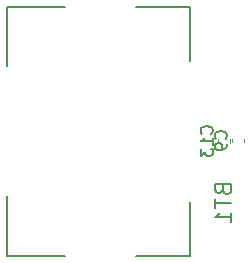
<source format=gbr>
%TF.GenerationSoftware,KiCad,Pcbnew,(6.0.1)*%
%TF.CreationDate,2022-03-21T18:15:36+01:00*%
%TF.ProjectId,KiCad_PCB,4b694361-645f-4504-9342-2e6b69636164,rev?*%
%TF.SameCoordinates,Original*%
%TF.FileFunction,Legend,Bot*%
%TF.FilePolarity,Positive*%
%FSLAX46Y46*%
G04 Gerber Fmt 4.6, Leading zero omitted, Abs format (unit mm)*
G04 Created by KiCad (PCBNEW (6.0.1)) date 2022-03-21 18:15:36*
%MOMM*%
%LPD*%
G01*
G04 APERTURE LIST*
%ADD10C,0.150000*%
%ADD11C,0.120000*%
%ADD12C,0.127000*%
G04 APERTURE END LIST*
D10*
%TO.C,C9*%
X158327142Y-100008333D02*
X158374761Y-99960714D01*
X158422380Y-99817857D01*
X158422380Y-99722619D01*
X158374761Y-99579761D01*
X158279523Y-99484523D01*
X158184285Y-99436904D01*
X157993809Y-99389285D01*
X157850952Y-99389285D01*
X157660476Y-99436904D01*
X157565238Y-99484523D01*
X157470000Y-99579761D01*
X157422380Y-99722619D01*
X157422380Y-99817857D01*
X157470000Y-99960714D01*
X157517619Y-100008333D01*
X158422380Y-100484523D02*
X158422380Y-100675000D01*
X158374761Y-100770238D01*
X158327142Y-100817857D01*
X158184285Y-100913095D01*
X157993809Y-100960714D01*
X157612857Y-100960714D01*
X157517619Y-100913095D01*
X157470000Y-100865476D01*
X157422380Y-100770238D01*
X157422380Y-100579761D01*
X157470000Y-100484523D01*
X157517619Y-100436904D01*
X157612857Y-100389285D01*
X157850952Y-100389285D01*
X157946190Y-100436904D01*
X157993809Y-100484523D01*
X158041428Y-100579761D01*
X158041428Y-100770238D01*
X157993809Y-100865476D01*
X157946190Y-100913095D01*
X157850952Y-100960714D01*
%TO.C,C13*%
X157127142Y-99582142D02*
X157174761Y-99534523D01*
X157222380Y-99391666D01*
X157222380Y-99296428D01*
X157174761Y-99153571D01*
X157079523Y-99058333D01*
X156984285Y-99010714D01*
X156793809Y-98963095D01*
X156650952Y-98963095D01*
X156460476Y-99010714D01*
X156365238Y-99058333D01*
X156270000Y-99153571D01*
X156222380Y-99296428D01*
X156222380Y-99391666D01*
X156270000Y-99534523D01*
X156317619Y-99582142D01*
X157222380Y-100534523D02*
X157222380Y-99963095D01*
X157222380Y-100248809D02*
X156222380Y-100248809D01*
X156365238Y-100153571D01*
X156460476Y-100058333D01*
X156508095Y-99963095D01*
X156222380Y-100867857D02*
X156222380Y-101486904D01*
X156603333Y-101153571D01*
X156603333Y-101296428D01*
X156650952Y-101391666D01*
X156698571Y-101439285D01*
X156793809Y-101486904D01*
X157031904Y-101486904D01*
X157127142Y-101439285D01*
X157174761Y-101391666D01*
X157222380Y-101296428D01*
X157222380Y-101010714D01*
X157174761Y-100915476D01*
X157127142Y-100867857D01*
%TO.C,BT1*%
X158089000Y-104355000D02*
X158155666Y-104555000D01*
X158222333Y-104621666D01*
X158355666Y-104688333D01*
X158555666Y-104688333D01*
X158689000Y-104621666D01*
X158755666Y-104555000D01*
X158822333Y-104421666D01*
X158822333Y-103888333D01*
X157422333Y-103888333D01*
X157422333Y-104355000D01*
X157489000Y-104488333D01*
X157555666Y-104555000D01*
X157689000Y-104621666D01*
X157822333Y-104621666D01*
X157955666Y-104555000D01*
X158022333Y-104488333D01*
X158089000Y-104355000D01*
X158089000Y-103888333D01*
X157422333Y-105088333D02*
X157422333Y-105888333D01*
X158822333Y-105488333D02*
X157422333Y-105488333D01*
X158822333Y-107088333D02*
X158822333Y-106288333D01*
X158822333Y-106688333D02*
X157422333Y-106688333D01*
X157622333Y-106555000D01*
X157755666Y-106421666D01*
X157822333Y-106288333D01*
D11*
%TO.C,C9*%
X159910000Y-100034420D02*
X159910000Y-100315580D01*
X158890000Y-100034420D02*
X158890000Y-100315580D01*
%TO.C,C13*%
X157690000Y-100084420D02*
X157690000Y-100365580D01*
X158710000Y-100084420D02*
X158710000Y-100365580D01*
D12*
%TO.C,BT1*%
X155300000Y-109950000D02*
X155300000Y-105400000D01*
X155300000Y-93400000D02*
X155300000Y-88850000D01*
X139800000Y-109950000D02*
X139800000Y-104900000D01*
X150770000Y-109950000D02*
X155300000Y-109950000D01*
X139800000Y-88850000D02*
X144730000Y-88850000D01*
X144730000Y-109950000D02*
X139800000Y-109950000D01*
X139800000Y-93900000D02*
X139800000Y-88850000D01*
X155300000Y-88850000D02*
X150770000Y-88850000D01*
%TD*%
M02*

</source>
